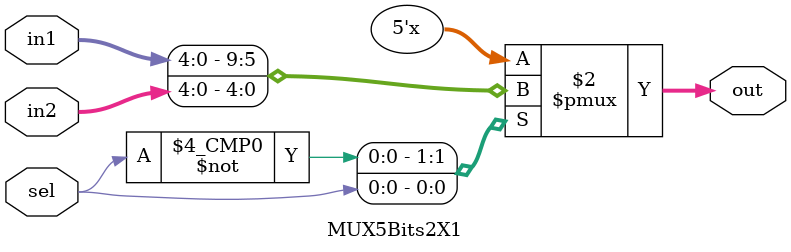
<source format=v>
`timescale 1ns / 1ps


module MUX5Bits2X1(
input sel,
input [4:0]in1,
input [4:0]in2,
output reg[4:0]out);

always@(*)
begin
case(sel)
1'b0 :out=in1;
1'b1 :out=in2;
endcase
end
endmodule

</source>
